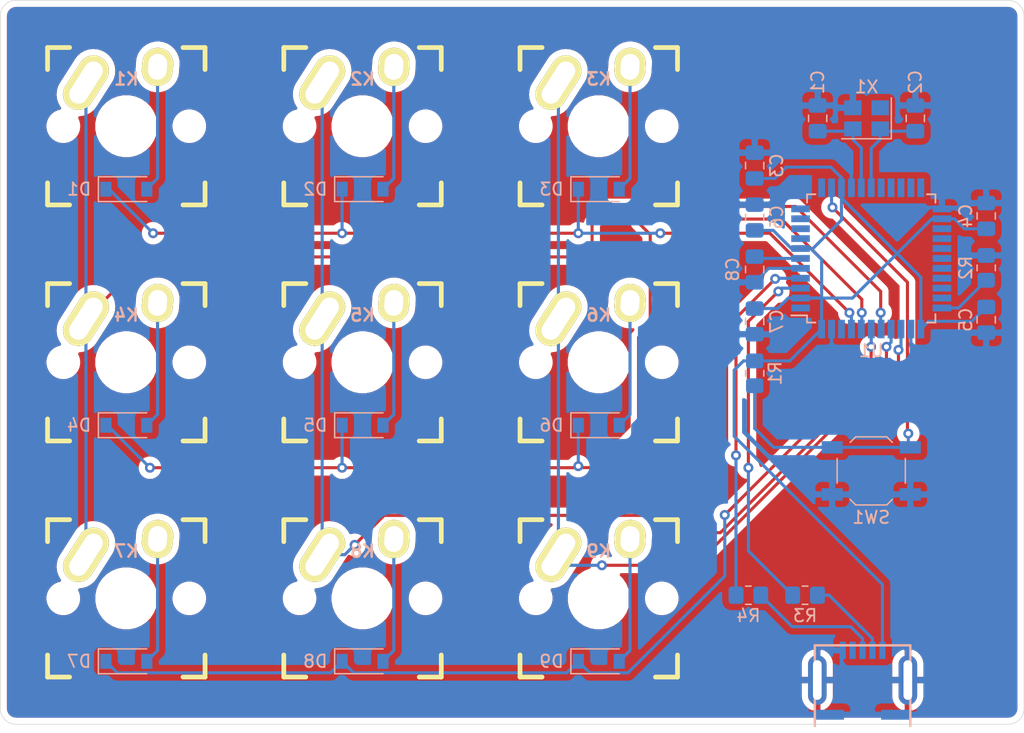
<source format=kicad_pcb>
(kicad_pcb (version 20171130) (host pcbnew "(5.1.9)-1")
  (layers (0 F.Cu signal) (31 B.Cu signal) (34 B.Paste user) (35 F.Paste user) (36 B.SilkS user) (37 F.SilkS user) (38 B.Mask user) (39 F.Mask user) (44 Edge.Cuts user))
  (net 0 "")
  (net 1 GND)
  (net 2 "Net-(C1-Pad1)")
  (net 3 "Net-(C2-Pad1)")
  (net 4 VCC)
  (net 5 "Net-(C8-Pad1)")
  (net 6 "Net-(D1-Pad2)")
  (net 7 /row0)
  (net 8 "Net-(D2-Pad2)")
  (net 9 "Net-(D3-Pad2)")
  (net 10 "Net-(D4-Pad2)")
  (net 11 /row1)
  (net 12 "Net-(D5-Pad2)")
  (net 13 "Net-(D6-Pad2)")
  (net 14 "Net-(D7-Pad2)")
  (net 15 /row2)
  (net 16 "Net-(D8-Pad2)")
  (net 17 "Net-(D9-Pad2)")
  (net 18 "Net-(J1-Pad2)")
  (net 19 "Net-(J1-Pad3)")
  (net 20 "Net-(J1-Pad4)")
  (net 21 /col0)
  (net 22 /col1)
  (net 23 /col2)
  (net 24 "Net-(R1-Pad1)")
  (net 25 "Net-(R2-Pad2)")
  (net 26 "Net-(R3-Pad1)")
  (net 27 "Net-(R4-Pad1)")
  (net 28 "Net-(U1-Pad1)")
  (net 29 "Net-(U1-Pad8)")
  (net 30 "Net-(U1-Pad9)")
  (net 31 "Net-(U1-Pad10)")
  (net 32 "Net-(U1-Pad11)")
  (net 33 "Net-(U1-Pad12)")
  (net 34 "Net-(U1-Pad18)")
  (net 35 "Net-(U1-Pad19)")
  (net 36 "Net-(U1-Pad20)")
  (net 37 "Net-(U1-Pad21)")
  (net 38 "Net-(U1-Pad22)")
  (net 39 "Net-(U1-Pad25)")
  (net 40 "Net-(U1-Pad26)")
  (net 41 "Net-(U1-Pad27)")
  (net 42 "Net-(U1-Pad28)")
  (net 43 "Net-(U1-Pad29)")
  (net 44 "Net-(U1-Pad30)")
  (net 45 "Net-(U1-Pad31)")
  (net 46 "Net-(U1-Pad32)")
  (net 47 "Net-(U1-Pad42)")
  (module Package_QFP:TQFP-44_10x10mm_P0.8mm (layer B.Cu) (at 215.011 86.868)
    (fp_text reference U1 (at 0 7.45) (layer B.SilkS) (effects (justify mirror)))
    (fp_text value ATMEGA32U4)
    (pad 1 smd rect (at -5.7 4) (size 1.5 0.55) (layers B.Cu B.Paste B.Mask) (net 28 "Net-(U1-Pad1)"))
    (pad 2 smd rect (at -5.7 3.2) (size 1.5 0.55) (layers B.Cu B.Paste B.Mask) (net 4 VCC))
    (pad 3 smd rect (at -5.7 2.4) (size 1.5 0.55) (layers B.Cu B.Paste B.Mask) (net 26 "Net-(R3-Pad1)"))
    (pad 4 smd rect (at -5.7 1.6) (size 1.5 0.55) (layers B.Cu B.Paste B.Mask) (net 27 "Net-(R4-Pad1)"))
    (pad 5 smd rect (at -5.7 0.8) (size 1.5 0.55) (layers B.Cu B.Paste B.Mask) (net 1 GND))
    (pad 6 smd rect (at -5.7 0) (size 1.5 0.55) (layers B.Cu B.Paste B.Mask) (net 5 "Net-(C8-Pad1)"))
    (pad 7 smd rect (at -5.7 -0.8) (size 1.5 0.55) (layers B.Cu B.Paste B.Mask) (net 4 VCC))
    (pad 8 smd rect (at -5.7 -1.6) (size 1.5 0.55) (layers B.Cu B.Paste B.Mask) (net 29 "Net-(U1-Pad8)"))
    (pad 9 smd rect (at -5.7 -2.4) (size 1.5 0.55) (layers B.Cu B.Paste B.Mask) (net 30 "Net-(U1-Pad9)"))
    (pad 10 smd rect (at -5.7 -3.2) (size 1.5 0.55) (layers B.Cu B.Paste B.Mask) (net 31 "Net-(U1-Pad10)"))
    (pad 11 smd rect (at -5.7 -4) (size 1.5 0.55) (layers B.Cu B.Paste B.Mask) (net 32 "Net-(U1-Pad11)"))
    (pad 12 smd rect (at -4 -5.7 270) (size 1.5 0.55) (layers B.Cu B.Paste B.Mask) (net 33 "Net-(U1-Pad12)"))
    (pad 13 smd rect (at -3.2 -5.7 270) (size 1.5 0.55) (layers B.Cu B.Paste B.Mask) (net 24 "Net-(R1-Pad1)"))
    (pad 14 smd rect (at -2.4 -5.7 270) (size 1.5 0.55) (layers B.Cu B.Paste B.Mask) (net 4 VCC))
    (pad 15 smd rect (at -1.6 -5.7 270) (size 1.5 0.55) (layers B.Cu B.Paste B.Mask) (net 1 GND))
    (pad 16 smd rect (at -0.8 -5.7 270) (size 1.5 0.55) (layers B.Cu B.Paste B.Mask) (net 2 "Net-(C1-Pad1)"))
    (pad 17 smd rect (at 0 -5.7 270) (size 1.5 0.55) (layers B.Cu B.Paste B.Mask) (net 3 "Net-(C2-Pad1)"))
    (pad 18 smd rect (at 0.8 -5.7 270) (size 1.5 0.55) (layers B.Cu B.Paste B.Mask) (net 34 "Net-(U1-Pad18)"))
    (pad 19 smd rect (at 1.6 -5.7 270) (size 1.5 0.55) (layers B.Cu B.Paste B.Mask) (net 35 "Net-(U1-Pad19)"))
    (pad 20 smd rect (at 2.4 -5.7 270) (size 1.5 0.55) (layers B.Cu B.Paste B.Mask) (net 36 "Net-(U1-Pad20)"))
    (pad 21 smd rect (at 3.2 -5.7 270) (size 1.5 0.55) (layers B.Cu B.Paste B.Mask) (net 37 "Net-(U1-Pad21)"))
    (pad 22 smd rect (at 4 -5.7 270) (size 1.5 0.55) (layers B.Cu B.Paste B.Mask) (net 38 "Net-(U1-Pad22)"))
    (pad 23 smd rect (at 5.7 -4) (size 1.5 0.55) (layers B.Cu B.Paste B.Mask) (net 1 GND))
    (pad 24 smd rect (at 5.7 -3.2) (size 1.5 0.55) (layers B.Cu B.Paste B.Mask) (net 4 VCC))
    (pad 25 smd rect (at 5.7 -2.4) (size 1.5 0.55) (layers B.Cu B.Paste B.Mask) (net 39 "Net-(U1-Pad25)"))
    (pad 26 smd rect (at 5.7 -1.6) (size 1.5 0.55) (layers B.Cu B.Paste B.Mask) (net 40 "Net-(U1-Pad26)"))
    (pad 27 smd rect (at 5.7 -0.8) (size 1.5 0.55) (layers B.Cu B.Paste B.Mask) (net 41 "Net-(U1-Pad27)"))
    (pad 28 smd rect (at 5.7 0) (size 1.5 0.55) (layers B.Cu B.Paste B.Mask) (net 42 "Net-(U1-Pad28)"))
    (pad 29 smd rect (at 5.7 0.8) (size 1.5 0.55) (layers B.Cu B.Paste B.Mask) (net 43 "Net-(U1-Pad29)"))
    (pad 30 smd rect (at 5.7 1.6) (size 1.5 0.55) (layers B.Cu B.Paste B.Mask) (net 44 "Net-(U1-Pad30)"))
    (pad 31 smd rect (at 5.7 2.4) (size 1.5 0.55) (layers B.Cu B.Paste B.Mask) (net 45 "Net-(U1-Pad31)"))
    (pad 32 smd rect (at 5.7 3.2) (size 1.5 0.55) (layers B.Cu B.Paste B.Mask) (net 46 "Net-(U1-Pad32)"))
    (pad 33 smd rect (at 5.7 4) (size 1.5 0.55) (layers B.Cu B.Paste B.Mask) (net 25 "Net-(R2-Pad2)"))
    (pad 34 smd rect (at 4 5.7 270) (size 1.5 0.55) (layers B.Cu B.Paste B.Mask) (net 4 VCC))
    (pad 35 smd rect (at 3.2 5.7 270) (size 1.5 0.55) (layers B.Cu B.Paste B.Mask) (net 1 GND))
    (pad 36 smd rect (at 2.4 5.7 270) (size 1.5 0.55) (layers B.Cu B.Paste B.Mask) (net 23 /col2))
    (pad 37 smd rect (at 1.6 5.7 270) (size 1.5 0.55) (layers B.Cu B.Paste B.Mask) (net 22 /col1))
    (pad 38 smd rect (at 0.8 5.7 270) (size 1.5 0.55) (layers B.Cu B.Paste B.Mask) (net 21 /col0))
    (pad 39 smd rect (at 0 5.7 270) (size 1.5 0.55) (layers B.Cu B.Paste B.Mask) (net 15 /row2))
    (pad 40 smd rect (at -0.8 5.7 270) (size 1.5 0.55) (layers B.Cu B.Paste B.Mask) (net 11 /row1))
    (pad 41 smd rect (at -1.6 5.7 270) (size 1.5 0.55) (layers B.Cu B.Paste B.Mask) (net 7 /row0))
    (pad 42 smd rect (at -2.4 5.7 270) (size 1.5 0.55) (layers B.Cu B.Paste B.Mask) (net 47 "Net-(U1-Pad42)"))
    (pad 43 smd rect (at -3.2 5.7 270) (size 1.5 0.55) (layers B.Cu B.Paste B.Mask) (net 1 GND))
    (pad 44 smd rect (at -4 5.7 270) (size 1.5 0.55) (layers B.Cu B.Paste B.Mask) (net 4 VCC))
  )
  (module keebs:Mx_Alps_100 (layer F.Cu) (at 193.04 114.3)
    (fp_text reference K9 (at 0 -3.81) (layer B.SilkS) (effects (font (thickness 0.2)) (justify mirror)))
    (fp_text value KEYSW hide)
    (pad 2 thru_hole oval (at 2.52 -4.79 356.1) (size 2.5 3.08) (drill oval 1.5 2.08) (layers *.Cu *.Mask F.SilkS) (net 17 "Net-(D9-Pad2)"))
    (pad 1 thru_hole oval (at -3.255 -3.52 327.5) (size 2.5 4.75) (drill oval 1.5 3.75) (layers *.Cu *.Mask F.SilkS) (net 23 /col2))
    (pad "" np_thru_hole circle (at 5.08 0) (size 1.7018 1.7018) (drill 1.7018) (layers *.Cu *.Mask))
    (pad "" np_thru_hole circle (at -5.08 0) (size 1.7018 1.7018) (drill 1.7018) (layers *.Cu *.Mask))
    (pad "" np_thru_hole circle (at 0 0) (size 3.9878 3.9878) (drill 3.9878) (layers *.Cu *.Mask))
  )
  (module Capacitor_SMD:C_0805_2012Metric_Pad1.18x1.45mm_HandSolder (layer B.Cu) (at 210.693 75.565 90)
    (fp_text reference C1 (at 2.921 0 90) (layer B.SilkS) (effects (justify mirror)))
    (fp_text value 22p)
    (pad 2 smd roundrect (at 1.0375 0 90) (size 1.175 1.45) (layers B.Cu B.Paste B.Mask) (roundrect_rratio 0.212766) (net 1 GND))
    (pad 1 smd roundrect (at -1.0375 0 90) (size 1.175 1.45) (layers B.Cu B.Paste B.Mask) (roundrect_rratio 0.212766) (net 2 "Net-(C1-Pad1)"))
  )
  (module Capacitor_SMD:C_0805_2012Metric_Pad1.18x1.45mm_HandSolder (layer B.Cu) (at 218.567 75.565 90)
    (fp_text reference C2 (at 2.921 0 90) (layer B.SilkS) (effects (justify mirror)))
    (fp_text value 22p)
    (pad 1 smd roundrect (at -1.0375 0 90) (size 1.175 1.45) (layers B.Cu B.Paste B.Mask) (roundrect_rratio 0.212766) (net 3 "Net-(C2-Pad1)"))
    (pad 2 smd roundrect (at 1.0375 0 90) (size 1.175 1.45) (layers B.Cu B.Paste B.Mask) (roundrect_rratio 0.212766) (net 1 GND))
  )
  (module Capacitor_SMD:C_0805_2012Metric_Pad1.18x1.45mm_HandSolder (layer B.Cu) (at 205.613 79.375 90)
    (fp_text reference C3 (at 0 1.778 90) (layer B.SilkS) (effects (justify mirror)))
    (fp_text value 0.1u)
    (pad 1 smd roundrect (at -1.0375 0 90) (size 1.175 1.45) (layers B.Cu B.Paste B.Mask) (roundrect_rratio 0.212766) (net 4 VCC))
    (pad 2 smd roundrect (at 1.0375 0 90) (size 1.175 1.45) (layers B.Cu B.Paste B.Mask) (roundrect_rratio 0.212766) (net 1 GND))
  )
  (module Capacitor_SMD:C_0805_2012Metric_Pad1.18x1.45mm_HandSolder (layer B.Cu) (at 224.282 83.439 270)
    (fp_text reference C4 (at 0 1.651 90) (layer B.SilkS) (effects (justify mirror)))
    (fp_text value 0.1u)
    (pad 1 smd roundrect (at -1.0375 0 270) (size 1.175 1.45) (layers B.Cu B.Paste B.Mask) (roundrect_rratio 0.212766) (net 1 GND))
    (pad 2 smd roundrect (at 1.0375 0 270) (size 1.175 1.45) (layers B.Cu B.Paste B.Mask) (roundrect_rratio 0.212766) (net 4 VCC))
  )
  (module Capacitor_SMD:C_0805_2012Metric_Pad1.18x1.45mm_HandSolder (layer B.Cu) (at 224.282 91.821 90)
    (fp_text reference C5 (at 0 -1.651 90) (layer B.SilkS) (effects (justify mirror)))
    (fp_text value 0.1u)
    (pad 2 smd roundrect (at 1.0375 0 90) (size 1.175 1.45) (layers B.Cu B.Paste B.Mask) (roundrect_rratio 0.212766) (net 4 VCC))
    (pad 1 smd roundrect (at -1.0375 0 90) (size 1.175 1.45) (layers B.Cu B.Paste B.Mask) (roundrect_rratio 0.212766) (net 1 GND))
  )
  (module Capacitor_SMD:C_0805_2012Metric_Pad1.18x1.45mm_HandSolder (layer B.Cu) (at 205.613 83.566 270)
    (fp_text reference C6 (at -0.0215 -1.778 90) (layer B.SilkS) (effects (justify mirror)))
    (fp_text value 0.1u)
    (pad 1 smd roundrect (at -1.0375 0 270) (size 1.175 1.45) (layers B.Cu B.Paste B.Mask) (roundrect_rratio 0.212766) (net 1 GND))
    (pad 2 smd roundrect (at 1.0375 0 270) (size 1.175 1.45) (layers B.Cu B.Paste B.Mask) (roundrect_rratio 0.212766) (net 4 VCC))
  )
  (module Capacitor_SMD:C_0805_2012Metric_Pad1.18x1.45mm_HandSolder (layer B.Cu) (at 205.613 91.948 270)
    (fp_text reference C7 (at 0 -1.778 90) (layer B.SilkS) (effects (justify mirror)))
    (fp_text value 4.7u)
    (pad 2 smd roundrect (at 1.0375 0 270) (size 1.175 1.45) (layers B.Cu B.Paste B.Mask) (roundrect_rratio 0.212766) (net 1 GND))
    (pad 1 smd roundrect (at -1.0375 0 270) (size 1.175 1.45) (layers B.Cu B.Paste B.Mask) (roundrect_rratio 0.212766) (net 4 VCC))
  )
  (module Capacitor_SMD:C_0805_2012Metric_Pad1.18x1.45mm_HandSolder (layer B.Cu) (at 205.613 87.757 270)
    (fp_text reference C8 (at 0 1.778 90) (layer B.SilkS) (effects (justify mirror)))
    (fp_text value 1u)
    (pad 2 smd roundrect (at 1.0375 0 270) (size 1.175 1.45) (layers B.Cu B.Paste B.Mask) (roundrect_rratio 0.212766) (net 1 GND))
    (pad 1 smd roundrect (at -1.0375 0 270) (size 1.175 1.45) (layers B.Cu B.Paste B.Mask) (roundrect_rratio 0.212766) (net 5 "Net-(C8-Pad1)"))
  )
  (module Diode_SMD:D_SOD-123 (layer B.Cu) (at 154.94 81.28)
    (fp_text reference D1 (at -3.81 0) (layer B.SilkS) (effects (justify mirror)))
    (fp_text value D hide)
    (pad 2 smd rect (at 1.65 0) (size 0.9 1.2) (layers B.Cu B.Paste B.Mask) (net 6 "Net-(D1-Pad2)"))
    (pad 1 smd rect (at -1.65 0) (size 0.9 1.2) (layers B.Cu B.Paste B.Mask) (net 7 /row0))
  )
  (module Diode_SMD:D_SOD-123 (layer B.Cu) (at 173.99 81.28)
    (fp_text reference D2 (at -3.81 0) (layer B.SilkS) (effects (justify mirror)))
    (fp_text value D hide)
    (pad 2 smd rect (at 1.65 0) (size 0.9 1.2) (layers B.Cu B.Paste B.Mask) (net 8 "Net-(D2-Pad2)"))
    (pad 1 smd rect (at -1.65 0) (size 0.9 1.2) (layers B.Cu B.Paste B.Mask) (net 7 /row0))
  )
  (module Diode_SMD:D_SOD-123 (layer B.Cu) (at 193.04 81.28)
    (fp_text reference D3 (at -3.81 0) (layer B.SilkS) (effects (justify mirror)))
    (fp_text value D hide)
    (pad 1 smd rect (at -1.65 0) (size 0.9 1.2) (layers B.Cu B.Paste B.Mask) (net 7 /row0))
    (pad 2 smd rect (at 1.65 0) (size 0.9 1.2) (layers B.Cu B.Paste B.Mask) (net 9 "Net-(D3-Pad2)"))
  )
  (module Diode_SMD:D_SOD-123 (layer B.Cu) (at 154.94 100.33)
    (fp_text reference D4 (at -3.81 0) (layer B.SilkS) (effects (justify mirror)))
    (fp_text value D hide)
    (pad 1 smd rect (at -1.65 0) (size 0.9 1.2) (layers B.Cu B.Paste B.Mask) (net 11 /row1))
    (pad 2 smd rect (at 1.65 0) (size 0.9 1.2) (layers B.Cu B.Paste B.Mask) (net 10 "Net-(D4-Pad2)"))
  )
  (module Diode_SMD:D_SOD-123 (layer B.Cu) (at 173.99 100.33)
    (fp_text reference D5 (at -3.81 0) (layer B.SilkS) (effects (justify mirror)))
    (fp_text value D hide)
    (pad 2 smd rect (at 1.65 0) (size 0.9 1.2) (layers B.Cu B.Paste B.Mask) (net 12 "Net-(D5-Pad2)"))
    (pad 1 smd rect (at -1.65 0) (size 0.9 1.2) (layers B.Cu B.Paste B.Mask) (net 11 /row1))
  )
  (module Diode_SMD:D_SOD-123 (layer B.Cu) (at 193.04 100.33)
    (fp_text reference D6 (at -3.81 0) (layer B.SilkS) (effects (justify mirror)))
    (fp_text value D hide)
    (pad 2 smd rect (at 1.65 0) (size 0.9 1.2) (layers B.Cu B.Paste B.Mask) (net 13 "Net-(D6-Pad2)"))
    (pad 1 smd rect (at -1.65 0) (size 0.9 1.2) (layers B.Cu B.Paste B.Mask) (net 11 /row1))
  )
  (module Diode_SMD:D_SOD-123 (layer B.Cu) (at 154.94 119.38)
    (fp_text reference D7 (at -3.81 0) (layer B.SilkS) (effects (justify mirror)))
    (fp_text value D hide)
    (pad 1 smd rect (at -1.65 0) (size 0.9 1.2) (layers B.Cu B.Paste B.Mask) (net 15 /row2))
    (pad 2 smd rect (at 1.65 0) (size 0.9 1.2) (layers B.Cu B.Paste B.Mask) (net 14 "Net-(D7-Pad2)"))
  )
  (module Diode_SMD:D_SOD-123 (layer B.Cu) (at 173.99 119.38)
    (fp_text reference D8 (at -3.81 0) (layer B.SilkS) (effects (justify mirror)))
    (fp_text value D hide)
    (pad 2 smd rect (at 1.65 0) (size 0.9 1.2) (layers B.Cu B.Paste B.Mask) (net 16 "Net-(D8-Pad2)"))
    (pad 1 smd rect (at -1.65 0) (size 0.9 1.2) (layers B.Cu B.Paste B.Mask) (net 15 /row2))
  )
  (module Diode_SMD:D_SOD-123 (layer B.Cu) (at 193.04 119.38)
    (fp_text reference D9 (at -3.81 0) (layer B.SilkS) (effects (justify mirror)))
    (fp_text value D hide)
    (pad 1 smd rect (at -1.65 0) (size 0.9 1.2) (layers B.Cu B.Paste B.Mask) (net 15 /row2))
    (pad 2 smd rect (at 1.65 0) (size 0.9 1.2) (layers B.Cu B.Paste B.Mask) (net 17 "Net-(D9-Pad2)"))
  )
  (module keyboard_parts:USB_miniB_hirose_5S8 (layer B.Cu) (at 214.3125 118.491 180)
    (fp_text reference J1 hide)
    (fp_text value USB_mini_micro_B hide)
    (pad 6 thru_hole oval (at 3.65 -2.4 180) (size 1.5 4) (drill oval 0.7 3.2) (layers *.Cu *.Mask B.Paste) (net 1 GND))
    (pad 6 thru_hole oval (at -3.65 -2.4 180) (size 1.5 4) (drill oval 0.7 3.2) (layers *.Cu *.Mask B.Paste) (net 1 GND))
    (pad 5 smd rect (at 1.6 0 180) (size 0.5 1.4) (layers B.Cu B.Paste B.Mask) (net 1 GND))
    (pad 4 smd rect (at 0.8 0 180) (size 0.5 1.4) (layers B.Cu B.Paste B.Mask) (net 20 "Net-(J1-Pad4)"))
    (pad 3 smd rect (at 0 0 180) (size 0.5 1.4) (layers B.Cu B.Paste B.Mask) (net 19 "Net-(J1-Pad3)"))
    (pad 2 smd rect (at -0.8 0 180) (size 0.5 1.4) (layers B.Cu B.Paste B.Mask) (net 18 "Net-(J1-Pad2)"))
    (pad 1 smd rect (at -1.6 0 180) (size 0.5 1.4) (layers B.Cu B.Paste B.Mask) (net 4 VCC))
    (pad 6 smd rect (at -2.675 -5.2 180) (size 2.35 0.8) (layers B.Cu B.Paste B.Mask) (net 1 GND))
    (pad 6 smd rect (at 2.675 -5.2 180) (size 2.35 0.8) (layers B.Cu B.Paste B.Mask) (net 1 GND))
  )
  (module keebs:Mx_Alps_100 (layer F.Cu) (at 154.94 76.2)
    (fp_text reference K1 (at 0 -3.81) (layer B.SilkS) (effects (font (thickness 0.2)) (justify mirror)))
    (fp_text value KEYSW hide)
    (pad 2 thru_hole oval (at 2.52 -4.79 356.1) (size 2.5 3.08) (drill oval 1.5 2.08) (layers *.Cu *.Mask F.SilkS) (net 6 "Net-(D1-Pad2)"))
    (pad 1 thru_hole oval (at -3.255 -3.52 327.5) (size 2.5 4.75) (drill oval 1.5 3.75) (layers *.Cu *.Mask F.SilkS) (net 21 /col0))
    (pad "" np_thru_hole circle (at 5.08 0) (size 1.7018 1.7018) (drill 1.7018) (layers *.Cu *.Mask))
    (pad "" np_thru_hole circle (at -5.08 0) (size 1.7018 1.7018) (drill 1.7018) (layers *.Cu *.Mask))
    (pad "" np_thru_hole circle (at 0 0) (size 3.9878 3.9878) (drill 3.9878) (layers *.Cu *.Mask))
  )
  (module keebs:Mx_Alps_100 (layer F.Cu) (at 173.99 76.2)
    (fp_text reference K2 (at 0 -3.81) (layer B.SilkS) (effects (font (thickness 0.2)) (justify mirror)))
    (fp_text value KEYSW hide)
    (pad 2 thru_hole oval (at 2.52 -4.79 356.1) (size 2.5 3.08) (drill oval 1.5 2.08) (layers *.Cu *.Mask F.SilkS) (net 8 "Net-(D2-Pad2)"))
    (pad 1 thru_hole oval (at -3.255 -3.52 327.5) (size 2.5 4.75) (drill oval 1.5 3.75) (layers *.Cu *.Mask F.SilkS) (net 22 /col1))
    (pad "" np_thru_hole circle (at 5.08 0) (size 1.7018 1.7018) (drill 1.7018) (layers *.Cu *.Mask))
    (pad "" np_thru_hole circle (at -5.08 0) (size 1.7018 1.7018) (drill 1.7018) (layers *.Cu *.Mask))
    (pad "" np_thru_hole circle (at 0 0) (size 3.9878 3.9878) (drill 3.9878) (layers *.Cu *.Mask))
  )
  (module keebs:Mx_Alps_100 (layer F.Cu) (at 193.04 76.2)
    (fp_text reference K3 (at 0 -3.81) (layer B.SilkS) (effects (font (thickness 0.2)) (justify mirror)))
    (fp_text value KEYSW hide)
    (pad "" np_thru_hole circle (at 0 0) (size 3.9878 3.9878) (drill 3.9878) (layers *.Cu *.Mask))
    (pad "" np_thru_hole circle (at -5.08 0) (size 1.7018 1.7018) (drill 1.7018) (layers *.Cu *.Mask))
    (pad "" np_thru_hole circle (at 5.08 0) (size 1.7018 1.7018) (drill 1.7018) (layers *.Cu *.Mask))
    (pad 1 thru_hole oval (at -3.255 -3.52 327.5) (size 2.5 4.75) (drill oval 1.5 3.75) (layers *.Cu *.Mask F.SilkS) (net 23 /col2))
    (pad 2 thru_hole oval (at 2.52 -4.79 356.1) (size 2.5 3.08) (drill oval 1.5 2.08) (layers *.Cu *.Mask F.SilkS) (net 9 "Net-(D3-Pad2)"))
  )
  (module keebs:Mx_Alps_100 (layer F.Cu) (at 154.94 95.25)
    (fp_text reference K4 (at 0 -3.81) (layer B.SilkS) (effects (font (thickness 0.2)) (justify mirror)))
    (fp_text value KEYSW hide)
    (pad "" np_thru_hole circle (at 0 0) (size 3.9878 3.9878) (drill 3.9878) (layers *.Cu *.Mask))
    (pad "" np_thru_hole circle (at -5.08 0) (size 1.7018 1.7018) (drill 1.7018) (layers *.Cu *.Mask))
    (pad "" np_thru_hole circle (at 5.08 0) (size 1.7018 1.7018) (drill 1.7018) (layers *.Cu *.Mask))
    (pad 1 thru_hole oval (at -3.255 -3.52 327.5) (size 2.5 4.75) (drill oval 1.5 3.75) (layers *.Cu *.Mask F.SilkS) (net 21 /col0))
    (pad 2 thru_hole oval (at 2.52 -4.79 356.1) (size 2.5 3.08) (drill oval 1.5 2.08) (layers *.Cu *.Mask F.SilkS) (net 10 "Net-(D4-Pad2)"))
  )
  (module keebs:Mx_Alps_100 (layer F.Cu) (at 173.99 95.25)
    (fp_text reference K5 (at 0 -3.81) (layer B.SilkS) (effects (font (thickness 0.2)) (justify mirror)))
    (fp_text value KEYSW hide)
    (pad "" np_thru_hole circle (at 0 0) (size 3.9878 3.9878) (drill 3.9878) (layers *.Cu *.Mask))
    (pad "" np_thru_hole circle (at -5.08 0) (size 1.7018 1.7018) (drill 1.7018) (layers *.Cu *.Mask))
    (pad "" np_thru_hole circle (at 5.08 0) (size 1.7018 1.7018) (drill 1.7018) (layers *.Cu *.Mask))
    (pad 1 thru_hole oval (at -3.255 -3.52 327.5) (size 2.5 4.75) (drill oval 1.5 3.75) (layers *.Cu *.Mask F.SilkS) (net 22 /col1))
    (pad 2 thru_hole oval (at 2.52 -4.79 356.1) (size 2.5 3.08) (drill oval 1.5 2.08) (layers *.Cu *.Mask F.SilkS) (net 12 "Net-(D5-Pad2)"))
  )
  (module keebs:Mx_Alps_100 (layer F.Cu) (at 193.04 95.25)
    (fp_text reference K6 (at 0 -3.81) (layer B.SilkS) (effects (font (thickness 0.2)) (justify mirror)))
    (fp_text value KEYSW hide)
    (pad 2 thru_hole oval (at 2.52 -4.79 356.1) (size 2.5 3.08) (drill oval 1.5 2.08) (layers *.Cu *.Mask F.SilkS) (net 13 "Net-(D6-Pad2)"))
    (pad 1 thru_hole oval (at -3.255 -3.52 327.5) (size 2.5 4.75) (drill oval 1.5 3.75) (layers *.Cu *.Mask F.SilkS) (net 23 /col2))
    (pad "" np_thru_hole circle (at 5.08 0) (size 1.7018 1.7018) (drill 1.7018) (layers *.Cu *.Mask))
    (pad "" np_thru_hole circle (at -5.08 0) (size 1.7018 1.7018) (drill 1.7018) (layers *.Cu *.Mask))
    (pad "" np_thru_hole circle (at 0 0) (size 3.9878 3.9878) (drill 3.9878) (layers *.Cu *.Mask))
  )
  (module keebs:Mx_Alps_100 (layer F.Cu) (at 154.94 114.3)
    (fp_text reference K7 (at 0 -3.81) (layer B.SilkS) (effects (font (thickness 0.2)) (justify mirror)))
    (fp_text value KEYSW hide)
    (pad "" np_thru_hole circle (at 0 0) (size 3.9878 3.9878) (drill 3.9878) (layers *.Cu *.Mask))
    (pad "" np_thru_hole circle (at -5.08 0) (size 1.7018 1.7018) (drill 1.7018) (layers *.Cu *.Mask))
    (pad "" np_thru_hole circle (at 5.08 0) (size 1.7018 1.7018) (drill 1.7018) (layers *.Cu *.Mask))
    (pad 1 thru_hole oval (at -3.255 -3.52 327.5) (size 2.5 4.75) (drill oval 1.5 3.75) (layers *.Cu *.Mask F.SilkS) (net 21 /col0))
    (pad 2 thru_hole oval (at 2.52 -4.79 356.1) (size 2.5 3.08) (drill oval 1.5 2.08) (layers *.Cu *.Mask F.SilkS) (net 14 "Net-(D7-Pad2)"))
  )
  (module keebs:Mx_Alps_100 (layer F.Cu) (at 173.99 114.3)
    (fp_text reference K8 (at 0 -3.81) (layer B.SilkS) (effects (font (thickness 0.2)) (justify mirror)))
    (fp_text value KEYSW hide)
    (pad "" np_thru_hole circle (at 0 0) (size 3.9878 3.9878) (drill 3.9878) (layers *.Cu *.Mask))
    (pad "" np_thru_hole circle (at -5.08 0) (size 1.7018 1.7018) (drill 1.7018) (layers *.Cu *.Mask))
    (pad "" np_thru_hole circle (at 5.08 0) (size 1.7018 1.7018) (drill 1.7018) (layers *.Cu *.Mask))
    (pad 1 thru_hole oval (at -3.255 -3.52 327.5) (size 2.5 4.75) (drill oval 1.5 3.75) (layers *.Cu *.Mask F.SilkS) (net 22 /col1))
    (pad 2 thru_hole oval (at 2.52 -4.79 356.1) (size 2.5 3.08) (drill oval 1.5 2.08) (layers *.Cu *.Mask F.SilkS) (net 16 "Net-(D8-Pad2)"))
  )
  (module Resistor_SMD:R_0805_2012Metric_Pad1.20x1.40mm_HandSolder (layer B.Cu) (at 205.613 96.139 90)
    (fp_text reference R1 (at 0 1.65 90) (layer B.SilkS) (effects (justify mirror)))
    (fp_text value 10k)
    (pad 2 smd roundrect (at 1 0 90) (size 1.2 1.4) (layers B.Cu B.Paste B.Mask) (roundrect_rratio 0.208333) (net 4 VCC))
    (pad 1 smd roundrect (at -1 0 90) (size 1.2 1.4) (layers B.Cu B.Paste B.Mask) (roundrect_rratio 0.208333) (net 24 "Net-(R1-Pad1)"))
  )
  (module Resistor_SMD:R_0805_2012Metric_Pad1.20x1.40mm_HandSolder (layer B.Cu) (at 224.282 87.63 270)
    (fp_text reference R2 (at 0 1.65 90) (layer B.SilkS) (effects (justify mirror)))
    (fp_text value 10k)
    (pad 2 smd roundrect (at 1 0 270) (size 1.2 1.4) (layers B.Cu B.Paste B.Mask) (roundrect_rratio 0.208333) (net 25 "Net-(R2-Pad2)"))
    (pad 1 smd roundrect (at -1 0 270) (size 1.2 1.4) (layers B.Cu B.Paste B.Mask) (roundrect_rratio 0.208333) (net 1 GND))
  )
  (module Resistor_SMD:R_0805_2012Metric_Pad1.20x1.40mm_HandSolder (layer B.Cu) (at 209.677 114.046)
    (fp_text reference R3 (at 0 1.65) (layer B.SilkS) (effects (justify mirror)))
    (fp_text value 22)
    (pad 1 smd roundrect (at -1 0) (size 1.2 1.4) (layers B.Cu B.Paste B.Mask) (roundrect_rratio 0.208333) (net 26 "Net-(R3-Pad1)"))
    (pad 2 smd roundrect (at 1 0) (size 1.2 1.4) (layers B.Cu B.Paste B.Mask) (roundrect_rratio 0.208333) (net 18 "Net-(J1-Pad2)"))
  )
  (module Resistor_SMD:R_0805_2012Metric_Pad1.20x1.40mm_HandSolder (layer B.Cu) (at 205.105 114.046)
    (fp_text reference R4 (at 0 1.65) (layer B.SilkS) (effects (justify mirror)))
    (fp_text value 22)
    (pad 1 smd roundrect (at -1 0) (size 1.2 1.4) (layers B.Cu B.Paste B.Mask) (roundrect_rratio 0.208333) (net 27 "Net-(R4-Pad1)"))
    (pad 2 smd roundrect (at 1 0) (size 1.2 1.4) (layers B.Cu B.Paste B.Mask) (roundrect_rratio 0.208333) (net 19 "Net-(J1-Pad3)"))
  )
  (module Button_Switch_SMD:SW_SPST_TL3342 (layer B.Cu) (at 215.011 104.013)
    (fp_text reference SW1 (at 0 3.75) (layer B.SilkS) (effects (justify mirror)))
    (fp_text value RESET_PUSH)
    (pad 1 smd rect (at -3.15 1.9) (size 1.7 1) (layers B.Cu B.Paste B.Mask) (net 1 GND))
    (pad 1 smd rect (at 3.15 1.9) (size 1.7 1) (layers B.Cu B.Paste B.Mask) (net 1 GND))
    (pad 2 smd rect (at -3.15 -1.9) (size 1.7 1) (layers B.Cu B.Paste B.Mask) (net 24 "Net-(R1-Pad1)"))
    (pad 2 smd rect (at 3.15 -1.9) (size 1.7 1) (layers B.Cu B.Paste B.Mask) (net 24 "Net-(R1-Pad1)"))
  )
  (module Crystal:Crystal_SMD_3225-4Pin_3.2x2.5mm (layer B.Cu) (at 214.63 75.565 180)
    (fp_text reference X1 (at 0 2.54) (layer B.SilkS) (effects (justify mirror)))
    (fp_text value "XTAL_GND " hide)
    (pad 1 smd rect (at -1.1 -0.85 180) (size 1.4 1.2) (layers B.Cu B.Paste B.Mask) (net 3 "Net-(C2-Pad1)"))
    (pad 2 smd rect (at 1.1 -0.85 180) (size 1.4 1.2) (layers B.Cu B.Paste B.Mask) (net 2 "Net-(C1-Pad1)"))
    (pad 3 smd rect (at 1.1 0.85 180) (size 1.4 1.2) (layers B.Cu B.Paste B.Mask) (net 1 GND))
    (pad 4 smd rect (at -1.1 0.85 180) (size 1.4 1.2) (layers B.Cu B.Paste B.Mask))
  )
  (gr_arc (start 146.05 123.19) (end 144.78 123.19) (angle -90) (layer Edge.Cuts) (width 0.05))
  (gr_arc (start 146.05 67.31) (end 146.05 66.04) (angle -90) (layer Edge.Cuts) (width 0.05))
  (gr_arc (start 226.06 67.31) (end 227.33 67.31) (angle -90) (layer Edge.Cuts) (width 0.05))
  (gr_arc (start 226.06 123.19) (end 226.06 124.46) (angle -90) (layer Edge.Cuts) (width 0.05))
  (gr_line (start 227.33 67.31) (end 227.33 123.19) (layer Edge.Cuts) (width 0.05))
  (gr_line (start 146.05 124.46) (end 226.06 124.46) (layer Edge.Cuts) (width 0.05))
  (gr_line (start 144.78 67.31) (end 144.78 123.19) (layer Edge.Cuts) (width 0.05))
  (gr_line (start 146.05 66.04) (end 226.06 66.04) (layer Edge.Cuts) (width 0.05))
  (segment (start 218.211 92.568) (end 218.211 93.711) (width 0.25) (layer B.Cu) (net 1))
  (segment (start 220.711 82.868) (end 222.132 82.868) (width 0.25) (layer B.Cu) (net 1))
  (segment (start 213.411 81.168) (end 213.411 79.839) (width 0.25) (layer B.Cu) (net 1))
  (segment (start 211.811 92.568) (end 211.811 93.689) (width 0.25) (layer B.Cu) (net 1))
  (segment (start 206.7395 87.668) (end 205.613 88.7945) (width 0.25) (layer B.Cu) (net 1))
  (segment (start 209.311 87.668) (end 206.7395 87.668) (width 0.25) (layer B.Cu) (net 1))
  (segment (start 213.3425 76.6025) (end 213.53 76.415) (width 0.25) (layer B.Cu) (net 2))
  (segment (start 210.693 76.6025) (end 213.3425 76.6025) (width 0.25) (layer B.Cu) (net 2))
  (segment (start 214.211 81.168) (end 214.211 77.956) (width 0.25) (layer B.Cu) (net 2))
  (segment (start 213.53 77.275) (end 213.53 76.415) (width 0.25) (layer B.Cu) (net 2))
  (segment (start 214.211 77.956) (end 213.53 77.275) (width 0.25) (layer B.Cu) (net 2))
  (segment (start 215.011 81.168) (end 215.011 77.984) (width 0.25) (layer B.Cu) (net 3))
  (segment (start 215.73 77.265) (end 215.73 76.415) (width 0.25) (layer B.Cu) (net 3))
  (segment (start 215.011 77.984) (end 215.73 77.265) (width 0.25) (layer B.Cu) (net 3))
  (segment (start 215.9175 76.6025) (end 215.73 76.415) (width 0.25) (layer B.Cu) (net 3))
  (segment (start 218.567 76.6025) (end 215.9175 76.6025) (width 0.25) (layer B.Cu) (net 3))
  (segment (start 208.573 86.068) (end 209.311 86.068) (width 0.25) (layer B.Cu) (net 4))
  (segment (start 207.1085 84.6035) (end 208.573 86.068) (width 0.25) (layer B.Cu) (net 4))
  (segment (start 205.613 84.6035) (end 207.1085 84.6035) (width 0.25) (layer B.Cu) (net 4))
  (segment (start 223.11951 91.94599) (end 224.282 90.7835) (width 0.25) (layer B.Cu) (net 4))
  (segment (start 219.63301 91.94599) (end 223.11951 91.94599) (width 0.25) (layer B.Cu) (net 4))
  (segment (start 219.011 92.568) (end 219.63301 91.94599) (width 0.25) (layer B.Cu) (net 4))
  (segment (start 222.5195 84.4765) (end 224.282 84.4765) (width 0.25) (layer B.Cu) (net 4))
  (segment (start 221.711 83.668) (end 222.5195 84.4765) (width 0.25) (layer B.Cu) (net 4))
  (segment (start 220.711 83.668) (end 221.711 83.668) (width 0.25) (layer B.Cu) (net 4))
  (segment (start 211.011 92.568) (end 210.867 92.568) (width 0.25) (layer B.Cu) (net 4))
  (segment (start 208.44 95.139) (end 211.011 92.568) (width 0.25) (layer B.Cu) (net 4))
  (segment (start 205.613 95.139) (end 208.44 95.139) (width 0.25) (layer B.Cu) (net 4))
  (segment (start 204.708 95.139) (end 205.613 95.139) (width 0.25) (layer B.Cu) (net 4))
  (segment (start 203.962 95.885) (end 204.708 95.139) (width 0.25) (layer B.Cu) (net 4))
  (segment (start 203.962 101.219) (end 203.962 95.885) (width 0.25) (layer B.Cu) (net 4))
  (segment (start 215.9125 113.1695) (end 203.962 101.219) (width 0.25) (layer B.Cu) (net 4))
  (segment (start 215.9125 118.491) (end 215.9125 113.1695) (width 0.25) (layer B.Cu) (net 4))
  (segment (start 205.613 80.4125) (end 207.2425 80.4125) (width 0.25) (layer B.Cu) (net 4))
  (segment (start 207.2425 80.4125) (end 208.153 79.502) (width 0.25) (layer B.Cu) (net 4))
  (segment (start 212.611 80.357998) (end 212.611 81.168) (width 0.25) (layer B.Cu) (net 4))
  (segment (start 211.755002 79.502) (end 212.611 80.357998) (width 0.25) (layer B.Cu) (net 4))
  (segment (start 208.153 79.502) (end 211.755002 79.502) (width 0.25) (layer B.Cu) (net 4))
  (segment (start 207.4685 90.9105) (end 205.613 90.9105) (width 0.25) (layer B.Cu) (net 4))
  (segment (start 208.311 90.068) (end 207.4685 90.9105) (width 0.25) (layer B.Cu) (net 4))
  (segment (start 209.311 90.068) (end 208.311 90.068) (width 0.25) (layer B.Cu) (net 4))
  (segment (start 212.611 81.978002) (end 212.611 81.168) (width 0.25) (layer B.Cu) (net 4))
  (segment (start 219.011 88.378002) (end 212.611 81.978002) (width 0.25) (layer B.Cu) (net 4))
  (segment (start 219.011 92.568) (end 219.011 88.378002) (width 0.25) (layer B.Cu) (net 4))
  (segment (start 210.121002 86.068) (end 209.311 86.068) (width 0.25) (layer B.Cu) (net 4))
  (segment (start 211.011 86.957998) (end 210.121002 86.068) (width 0.25) (layer B.Cu) (net 4))
  (segment (start 212.611 83.768) (end 212.611 81.168) (width 0.25) (layer B.Cu) (net 4))
  (segment (start 210.311 86.068) (end 212.611 83.768) (width 0.25) (layer B.Cu) (net 4))
  (segment (start 209.311 86.068) (end 210.311 86.068) (width 0.25) (layer B.Cu) (net 4))
  (segment (start 210.972 90.068) (end 211.011 90.107) (width 0.25) (layer B.Cu) (net 4))
  (segment (start 209.311 90.068) (end 210.972 90.068) (width 0.25) (layer B.Cu) (net 4))
  (segment (start 211.011 90.107) (end 211.011 86.957998) (width 0.25) (layer B.Cu) (net 4))
  (segment (start 211.011 92.568) (end 211.011 90.107) (width 0.25) (layer B.Cu) (net 4))
  (segment (start 219.900998 83.668) (end 220.711 83.668) (width 0.25) (layer B.Cu) (net 4))
  (segment (start 213.500998 90.068) (end 219.900998 83.668) (width 0.25) (layer B.Cu) (net 4))
  (segment (start 209.311 90.068) (end 213.500998 90.068) (width 0.25) (layer B.Cu) (net 4))
  (segment (start 205.7615 86.868) (end 205.613 86.7195) (width 0.25) (layer B.Cu) (net 5))
  (segment (start 209.311 86.868) (end 205.7615 86.868) (width 0.25) (layer B.Cu) (net 5))
  (segment (start 157.46 80.41) (end 156.59 81.28) (width 0.25) (layer B.Cu) (net 6))
  (segment (start 157.46 71.41) (end 157.46 80.41) (width 0.25) (layer B.Cu) (net 6))
  (via (at 157.099 84.836) (size 0.8) (drill 0.4) (layers F.Cu B.Cu) (net 7))
  (segment (start 153.543 81.28) (end 157.099 84.836) (width 0.25) (layer B.Cu) (net 7))
  (segment (start 153.29 81.28) (end 153.543 81.28) (width 0.25) (layer B.Cu) (net 7))
  (via (at 191.389 84.836) (size 0.8) (drill 0.4) (layers F.Cu B.Cu) (net 7))
  (segment (start 191.389 81.281) (end 191.39 81.28) (width 0.25) (layer B.Cu) (net 7))
  (segment (start 191.389 84.836) (end 191.389 81.281) (width 0.25) (layer B.Cu) (net 7))
  (via (at 172.339 84.836) (size 0.8) (drill 0.4) (layers F.Cu B.Cu) (net 7))
  (segment (start 172.34 84.835) (end 172.339 84.836) (width 0.25) (layer B.Cu) (net 7))
  (segment (start 172.339 84.836) (end 191.389 84.836) (width 0.25) (layer F.Cu) (net 7))
  (segment (start 172.34 81.28) (end 172.34 84.835) (width 0.25) (layer B.Cu) (net 7))
  (segment (start 157.099 84.836) (end 172.339 84.836) (width 0.25) (layer F.Cu) (net 7))
  (segment (start 213.36 92.517) (end 213.411 92.568) (width 0.25) (layer B.Cu) (net 7))
  (segment (start 191.389 84.836) (end 198 84.836) (width 0.25) (layer B.Cu) (net 7))
  (via (at 198 84.836) (size 0.8) (drill 0.4) (layers F.Cu B.Cu) (net 7))
  (via (at 213.25 91.25) (size 0.8) (drill 0.4) (layers F.Cu B.Cu) (net 7))
  (segment (start 213.411 91.411) (end 213.25 91.25) (width 0.25) (layer B.Cu) (net 7))
  (segment (start 213.411 92.568) (end 213.411 91.411) (width 0.25) (layer B.Cu) (net 7))
  (segment (start 206.836 84.836) (end 198 84.836) (width 0.25) (layer F.Cu) (net 7))
  (segment (start 213.25 91.25) (end 206.836 84.836) (width 0.25) (layer F.Cu) (net 7))
  (segment (start 176.51 80.41) (end 175.64 81.28) (width 0.25) (layer B.Cu) (net 8))
  (segment (start 176.51 71.41) (end 176.51 80.41) (width 0.25) (layer B.Cu) (net 8))
  (segment (start 195.56 80.41) (end 194.69 81.28) (width 0.25) (layer B.Cu) (net 9))
  (segment (start 195.56 71.41) (end 195.56 80.41) (width 0.25) (layer B.Cu) (net 9))
  (segment (start 157.46 99.46) (end 156.59 100.33) (width 0.25) (layer B.Cu) (net 10))
  (segment (start 157.46 90.46) (end 157.46 99.46) (width 0.25) (layer B.Cu) (net 10))
  (via (at 156.845 103.759) (size 0.8) (drill 0.4) (layers F.Cu B.Cu) (net 11))
  (segment (start 153.416 100.33) (end 156.845 103.759) (width 0.25) (layer B.Cu) (net 11))
  (segment (start 153.29 100.33) (end 153.416 100.33) (width 0.25) (layer B.Cu) (net 11))
  (via (at 191.389 103.632) (size 0.8) (drill 0.4) (layers F.Cu B.Cu) (net 11))
  (segment (start 191.262 103.759) (end 191.389 103.632) (width 0.25) (layer F.Cu) (net 11))
  (segment (start 191.389 100.331) (end 191.39 100.33) (width 0.25) (layer B.Cu) (net 11))
  (segment (start 191.389 103.632) (end 191.389 100.331) (width 0.25) (layer B.Cu) (net 11))
  (segment (start 172.34 100.33) (end 172.34 103.758) (width 0.25) (layer B.Cu) (net 11))
  (via (at 172.339 103.759) (size 0.8) (drill 0.4) (layers F.Cu B.Cu) (net 11))
  (segment (start 172.339 103.759) (end 191.262 103.759) (width 0.25) (layer F.Cu) (net 11))
  (segment (start 172.34 103.758) (end 172.339 103.759) (width 0.25) (layer B.Cu) (net 11))
  (segment (start 156.845 103.759) (end 172.339 103.759) (width 0.25) (layer F.Cu) (net 11))
  (segment (start 191.507 103.75) (end 191.389 103.632) (width 0.25) (layer F.Cu) (net 11))
  (segment (start 196.25 100.75) (end 193.25 103.75) (width 0.25) (layer F.Cu) (net 11))
  (segment (start 196.25 93.245828) (end 196.25 100.75) (width 0.25) (layer F.Cu) (net 11))
  (segment (start 197.191083 92.304745) (end 196.25 93.245828) (width 0.25) (layer F.Cu) (net 11))
  (segment (start 193.25 103.75) (end 191.507 103.75) (width 0.25) (layer F.Cu) (net 11))
  (segment (start 197.191083 84.941083) (end 197.191083 92.304745) (width 0.25) (layer F.Cu) (net 11))
  (segment (start 196.25 84) (end 197.191083 84.941083) (width 0.25) (layer F.Cu) (net 11))
  (segment (start 196.557 83.693) (end 196.25 84) (width 0.25) (layer F.Cu) (net 11))
  (segment (start 207.772 83.693) (end 196.557 83.693) (width 0.25) (layer F.Cu) (net 11))
  (segment (start 207.772 83.693) (end 214.25 90.171) (width 0.25) (layer F.Cu) (net 11))
  (via (at 214.25 91.25) (size 0.8) (drill 0.4) (layers F.Cu B.Cu) (net 11))
  (segment (start 214.25 90.171) (end 214.25 91.25) (width 0.25) (layer F.Cu) (net 11))
  (segment (start 214.25 92.529) (end 214.211 92.568) (width 0.25) (layer B.Cu) (net 11))
  (segment (start 214.25 91.25) (end 214.25 92.529) (width 0.25) (layer B.Cu) (net 11))
  (segment (start 176.51 99.46) (end 175.64 100.33) (width 0.25) (layer B.Cu) (net 12))
  (segment (start 176.51 90.46) (end 176.51 99.46) (width 0.25) (layer B.Cu) (net 12))
  (segment (start 195.56 99.46) (end 194.69 100.33) (width 0.25) (layer B.Cu) (net 13))
  (segment (start 195.56 90.46) (end 195.56 99.46) (width 0.25) (layer B.Cu) (net 13))
  (segment (start 157.46 118.51) (end 156.59 119.38) (width 0.25) (layer B.Cu) (net 14))
  (segment (start 157.46 109.51) (end 157.46 118.51) (width 0.25) (layer B.Cu) (net 14))
  (segment (start 153.29 119.38) (end 153.29 119.381) (width 0.25) (layer B.Cu) (net 15))
  (segment (start 154.215001 120.305001) (end 153.29 119.38) (width 0.25) (layer B.Cu) (net 15))
  (segment (start 171.414999 120.305001) (end 154.215001 120.305001) (width 0.25) (layer B.Cu) (net 15))
  (segment (start 172.34 119.38) (end 171.414999 120.305001) (width 0.25) (layer B.Cu) (net 15))
  (segment (start 190.464999 120.305001) (end 191.39 119.38) (width 0.25) (layer B.Cu) (net 15))
  (segment (start 173.265001 120.305001) (end 190.464999 120.305001) (width 0.25) (layer B.Cu) (net 15))
  (segment (start 172.34 119.38) (end 173.265001 120.305001) (width 0.25) (layer B.Cu) (net 15))
  (segment (start 195.400001 120.305001) (end 203.2 112.505002) (width 0.25) (layer B.Cu) (net 15))
  (segment (start 192.315001 120.305001) (end 195.400001 120.305001) (width 0.25) (layer B.Cu) (net 15))
  (segment (start 191.39 119.38) (end 192.315001 120.305001) (width 0.25) (layer B.Cu) (net 15))
  (via (at 203.2 107.569) (size 0.8) (drill 0.4) (layers F.Cu B.Cu) (net 15))
  (segment (start 203.2 112.505002) (end 203.2 107.569) (width 0.25) (layer B.Cu) (net 15))
  (via (at 215 94) (size 0.8) (drill 0.4) (layers F.Cu B.Cu) (net 15))
  (segment (start 215.011 93.989) (end 215 94) (width 0.25) (layer B.Cu) (net 15))
  (segment (start 215.011 92.568) (end 215.011 93.989) (width 0.25) (layer B.Cu) (net 15))
  (segment (start 215 95.769) (end 215 94) (width 0.25) (layer F.Cu) (net 15))
  (segment (start 203.2 107.569) (end 215 95.769) (width 0.25) (layer F.Cu) (net 15))
  (segment (start 176.51 118.51) (end 175.64 119.38) (width 0.25) (layer B.Cu) (net 16))
  (segment (start 176.51 109.51) (end 176.51 118.51) (width 0.25) (layer B.Cu) (net 16))
  (segment (start 195.56 118.51) (end 194.69 119.38) (width 0.25) (layer B.Cu) (net 17))
  (segment (start 195.56 109.51) (end 195.56 118.51) (width 0.25) (layer B.Cu) (net 17))
  (segment (start 215.1125 117.541) (end 211.6175 114.046) (width 0.25) (layer B.Cu) (net 18))
  (segment (start 211.6175 114.046) (end 210.677 114.046) (width 0.25) (layer B.Cu) (net 18))
  (segment (start 215.1125 118.491) (end 215.1125 117.541) (width 0.25) (layer B.Cu) (net 18))
  (segment (start 214.3125 117.541) (end 213.3575 116.586) (width 0.25) (layer B.Cu) (net 19))
  (segment (start 214.3125 118.491) (end 214.3125 117.541) (width 0.25) (layer B.Cu) (net 19))
  (segment (start 208.645 116.586) (end 206.105 114.046) (width 0.25) (layer B.Cu) (net 19))
  (segment (start 213.3575 116.586) (end 208.645 116.586) (width 0.25) (layer B.Cu) (net 19))
  (segment (start 151.685 72.68) (end 151.685 91.73) (width 0.25) (layer B.Cu) (net 21))
  (segment (start 151.685 110.78) (end 151.685 91.73) (width 0.25) (layer B.Cu) (net 21))
  (segment (start 192.5 86) (end 191.75 86.75) (width 0.25) (layer F.Cu) (net 21))
  (segment (start 156.665 86.75) (end 151.685 91.73) (width 0.25) (layer F.Cu) (net 21))
  (segment (start 193.823 82.677) (end 192.5 84) (width 0.25) (layer F.Cu) (net 21))
  (segment (start 208.915 82.677) (end 193.823 82.677) (width 0.25) (layer F.Cu) (net 21))
  (segment (start 191.75 86.75) (end 156.665 86.75) (width 0.25) (layer F.Cu) (net 21))
  (segment (start 215.773 89.535) (end 208.915 82.677) (width 0.25) (layer F.Cu) (net 21))
  (segment (start 215.773 91.25) (end 215.773 89.535) (width 0.25) (layer F.Cu) (net 21))
  (segment (start 215.773 92.53) (end 215.811 92.568) (width 0.25) (layer B.Cu) (net 21))
  (segment (start 215.773 91.25) (end 215.773 92.53) (width 0.25) (layer B.Cu) (net 21))
  (segment (start 192.5 84) (end 192.5 86) (width 0.25) (layer F.Cu) (net 21))
  (via (at 215.773 91.25) (size 0.8) (drill 0.4) (layers F.Cu B.Cu) (net 21))
  (segment (start 170.735 72.68) (end 170.735 91.73) (width 0.25) (layer B.Cu) (net 22))
  (segment (start 170.735 110.78) (end 170.735 91.73) (width 0.25) (layer B.Cu) (net 22))
  (via (at 173.355 109.982) (size 0.8) (drill 0.4) (layers F.Cu B.Cu) (net 22))
  (segment (start 172.557 110.78) (end 170.735 110.78) (width 0.25) (layer B.Cu) (net 22))
  (segment (start 173.355 109.982) (end 172.557 110.78) (width 0.25) (layer B.Cu) (net 22))
  (segment (start 175.732061 107.604939) (end 173.355 109.982) (width 0.25) (layer F.Cu) (net 22))
  (via (at 216.239467 93.997249) (size 0.8) (drill 0.4) (layers F.Cu B.Cu) (net 22))
  (segment (start 216.611 93.625716) (end 216.239467 93.997249) (width 0.25) (layer B.Cu) (net 22))
  (segment (start 216.611 92.568) (end 216.611 93.625716) (width 0.25) (layer B.Cu) (net 22))
  (segment (start 216.239467 95.602535) (end 202.842002 109) (width 0.25) (layer F.Cu) (net 22))
  (segment (start 216.239467 93.997249) (end 216.239467 95.602535) (width 0.25) (layer F.Cu) (net 22))
  (segment (start 202.842002 109) (end 199.25 109) (width 0.25) (layer F.Cu) (net 22))
  (segment (start 197.854939 107.604939) (end 175.732061 107.604939) (width 0.25) (layer F.Cu) (net 22))
  (segment (start 199.25 109) (end 197.854939 107.604939) (width 0.25) (layer F.Cu) (net 22))
  (segment (start 189.785 72.68) (end 189.785 91.73) (width 0.25) (layer B.Cu) (net 23))
  (segment (start 189.785 110.78) (end 189.785 91.73) (width 0.25) (layer B.Cu) (net 23))
  (via (at 193.294 111.633) (size 0.8) (drill 0.4) (layers F.Cu B.Cu) (net 23))
  (segment (start 190.638 111.633) (end 189.785 110.78) (width 0.25) (layer B.Cu) (net 23))
  (segment (start 193.294 111.633) (end 190.638 111.633) (width 0.25) (layer B.Cu) (net 23))
  (via (at 217.207 94.25) (size 0.8) (drill 0.4) (layers F.Cu B.Cu) (net 23))
  (segment (start 217.411 94.046) (end 217.207 94.25) (width 0.25) (layer B.Cu) (net 23))
  (segment (start 217.411 92.568) (end 217.411 94.046) (width 0.25) (layer B.Cu) (net 23))
  (segment (start 199.39 111.633) (end 193.294 111.633) (width 0.25) (layer F.Cu) (net 23))
  (segment (start 200.845412 111.633) (end 199.39 111.633) (width 0.25) (layer F.Cu) (net 23))
  (segment (start 217.207 95.271412) (end 200.845412 111.633) (width 0.25) (layer F.Cu) (net 23))
  (segment (start 217.207 94.25) (end 217.207 95.271412) (width 0.25) (layer F.Cu) (net 23))
  (segment (start 211.836 81.193) (end 211.811 81.168) (width 0.25) (layer B.Cu) (net 24))
  (segment (start 211.861 102.113) (end 218.161 102.113) (width 0.25) (layer B.Cu) (net 24))
  (segment (start 217.932 101.884) (end 218.161 102.113) (width 0.25) (layer B.Cu) (net 24))
  (segment (start 205.613 97.139) (end 205.613 100.584) (width 0.25) (layer B.Cu) (net 24))
  (segment (start 207.142 102.113) (end 211.861 102.113) (width 0.25) (layer B.Cu) (net 24))
  (segment (start 205.613 100.584) (end 207.142 102.113) (width 0.25) (layer B.Cu) (net 24))
  (via (at 218 101) (size 0.8) (drill 0.4) (layers F.Cu B.Cu) (net 24))
  (via (at 211.886 82.75) (size 0.8) (drill 0.4) (layers F.Cu B.Cu) (net 24))
  (segment (start 211.811 82.675) (end 211.886 82.75) (width 0.25) (layer B.Cu) (net 24))
  (segment (start 211.811 81.168) (end 211.811 82.675) (width 0.25) (layer B.Cu) (net 24))
  (segment (start 217.932 100.932) (end 218 101) (width 0.25) (layer F.Cu) (net 24))
  (segment (start 217.932 88.796) (end 217.932 100.932) (width 0.25) (layer F.Cu) (net 24))
  (segment (start 211.886 82.75) (end 217.932 88.796) (width 0.25) (layer F.Cu) (net 24))
  (segment (start 218 101.952) (end 218.161 102.113) (width 0.25) (layer B.Cu) (net 24))
  (segment (start 218 101) (end 218 101.952) (width 0.25) (layer B.Cu) (net 24))
  (segment (start 222.044 90.868) (end 220.711 90.868) (width 0.25) (layer B.Cu) (net 25))
  (segment (start 224.282 88.63) (end 222.044 90.868) (width 0.25) (layer B.Cu) (net 25))
  (segment (start 205.105 103.759) (end 205.105 110.474) (width 0.25) (layer B.Cu) (net 26))
  (segment (start 205.105 110.474) (end 208.677 114.046) (width 0.25) (layer B.Cu) (net 26))
  (via (at 205.105 103.759) (size 0.8) (drill 0.4) (layers F.Cu B.Cu) (net 26))
  (via (at 207.518 89.535) (size 0.8) (drill 0.4) (layers F.Cu B.Cu) (net 26))
  (segment (start 209.311 89.268) (end 207.785 89.268) (width 0.25) (layer B.Cu) (net 26))
  (segment (start 207.785 89.268) (end 207.518 89.535) (width 0.25) (layer B.Cu) (net 26))
  (segment (start 205.105 91.948) (end 207.518 89.535) (width 0.25) (layer F.Cu) (net 26))
  (segment (start 205.105 103.759) (end 205.105 91.948) (width 0.25) (layer F.Cu) (net 26))
  (via (at 207.264 88.519) (size 0.8) (drill 0.4) (layers F.Cu B.Cu) (net 27))
  (segment (start 207.315 88.468) (end 207.264 88.519) (width 0.25) (layer B.Cu) (net 27))
  (segment (start 209.311 88.468) (end 207.315 88.468) (width 0.25) (layer B.Cu) (net 27))
  (segment (start 204.105 91.678) (end 207.264 88.519) (width 0.25) (layer F.Cu) (net 27))
  (segment (start 204.105 102.759) (end 204.105 91.678) (width 0.25) (layer F.Cu) (net 27))
  (segment (start 204.105 114.046) (end 204.105 102.759) (width 0.25) (layer B.Cu) (net 27))
  (via (at 204.105 102.759) (size 0.8) (drill 0.4) (layers F.Cu B.Cu) (net 27))
  (zone (net 1) (net_name GND) (layer B.Cu) (connect_pads (clearance 0.508)) (min_thickness 0.254) (fill yes (arc_segments 32) (thermal_gap 0.508) (thermal_bridge_width 0.508))
    (polygon (pts (xy 227.33 124.46) (xy 144.78 124.46) (xy 144.78 66.04) (xy 227.33 66.04)))
  )
  (zone (net 1) (net_name GND) (layer F.Cu) (connect_pads (clearance 0.508)) (min_thickness 0.254) (fill yes (arc_segments 32) (thermal_gap 0.508) (thermal_bridge_width 0.508))
    (polygon (pts (xy 227.33 124.46) (xy 144.78 124.46) (xy 144.78 66.04) (xy 227.33 66.04)))
  )
)
</source>
